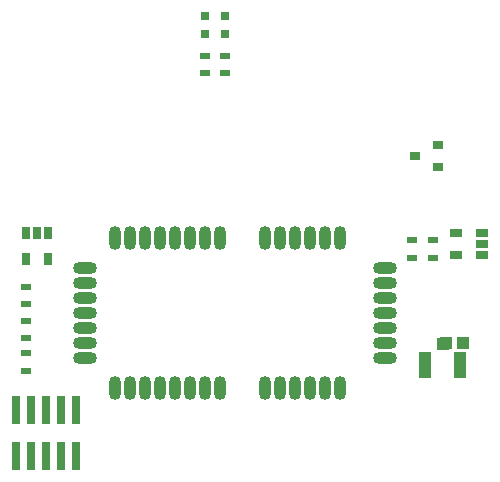
<source format=gtp>
G04 #@! TF.FileFunction,Paste,Top*
%FSLAX46Y46*%
G04 Gerber Fmt 4.6, Leading zero omitted, Abs format (unit mm)*
G04 Created by KiCad (PCBNEW 4.0.7-e2-6376~58~ubuntu16.04.1) date Fri Jul  6 10:04:11 2018*
%MOMM*%
%LPD*%
G01*
G04 APERTURE LIST*
%ADD10C,0.150000*%
%ADD11R,0.740000X2.400000*%
%ADD12O,1.016000X2.032000*%
%ADD13O,2.032000X1.016000*%
%ADD14R,0.797560X0.797560*%
%ADD15R,0.650000X1.060000*%
%ADD16R,1.060000X0.650000*%
%ADD17R,0.900000X0.800000*%
%ADD18R,0.900000X0.500000*%
%ADD19R,1.000000X1.000000*%
%ADD20R,1.000000X2.200000*%
%ADD21R,1.100000X1.100000*%
G04 APERTURE END LIST*
D10*
D11*
X123020000Y-107630000D03*
X123020000Y-111530000D03*
X121750000Y-107630000D03*
X121750000Y-111530000D03*
X120480000Y-107630000D03*
X120480000Y-111530000D03*
X119210000Y-107630000D03*
X119210000Y-111530000D03*
X117940000Y-107630000D03*
X117940000Y-111530000D03*
D12*
X126300000Y-105760000D03*
X127570000Y-105760000D03*
X130110000Y-105760000D03*
X128840000Y-105760000D03*
X133920000Y-105760000D03*
X135190000Y-105760000D03*
X132650000Y-105760000D03*
X131380000Y-105760000D03*
X141540000Y-105760000D03*
X142810000Y-105760000D03*
X145350000Y-105760000D03*
X144080000Y-105760000D03*
X139000000Y-105760000D03*
X140270000Y-105760000D03*
X140270000Y-93060000D03*
X139000000Y-93060000D03*
X144080000Y-93060000D03*
X145350000Y-93060000D03*
X142810000Y-93060000D03*
X141540000Y-93060000D03*
X131380000Y-93060000D03*
X132650000Y-93060000D03*
X135190000Y-93060000D03*
X133920000Y-93060000D03*
X128840000Y-93060000D03*
X130110000Y-93060000D03*
X127570000Y-93060000D03*
X126300000Y-93060000D03*
D13*
X149160000Y-99410000D03*
X149160000Y-98140000D03*
X149160000Y-96870000D03*
X149160000Y-95600000D03*
X149160000Y-100680000D03*
X149160000Y-101950000D03*
X149160000Y-103220000D03*
X123760000Y-103220000D03*
X123760000Y-101950000D03*
X123760000Y-100680000D03*
X123760000Y-95600000D03*
X123760000Y-96870000D03*
X123760000Y-98140000D03*
X123760000Y-99410000D03*
D14*
X133930000Y-74260700D03*
X133930000Y-75759300D03*
X135620000Y-74250700D03*
X135620000Y-75749300D03*
D15*
X120660000Y-92660000D03*
X119710000Y-92660000D03*
X118760000Y-92660000D03*
X118760000Y-94860000D03*
X120660000Y-94860000D03*
D16*
X157390000Y-94520000D03*
X157390000Y-93570000D03*
X157390000Y-92620000D03*
X155190000Y-92620000D03*
X155190000Y-94520000D03*
D17*
X151660000Y-86110000D03*
X153660000Y-87060000D03*
X153660000Y-85160000D03*
D18*
X118720000Y-100040000D03*
X118720000Y-101540000D03*
X151450000Y-93210000D03*
X151450000Y-94710000D03*
X118720000Y-98670000D03*
X118720000Y-97170000D03*
X133930000Y-77610000D03*
X133930000Y-79110000D03*
X135620000Y-77600000D03*
X135620000Y-79100000D03*
X153260000Y-93210000D03*
X153260000Y-94710000D03*
X118720000Y-104270000D03*
X118720000Y-102770000D03*
D19*
X154040000Y-102000000D03*
D20*
X152540000Y-103770000D03*
X155540000Y-103770000D03*
D21*
X155790000Y-101950000D03*
X154290000Y-101950000D03*
M02*

</source>
